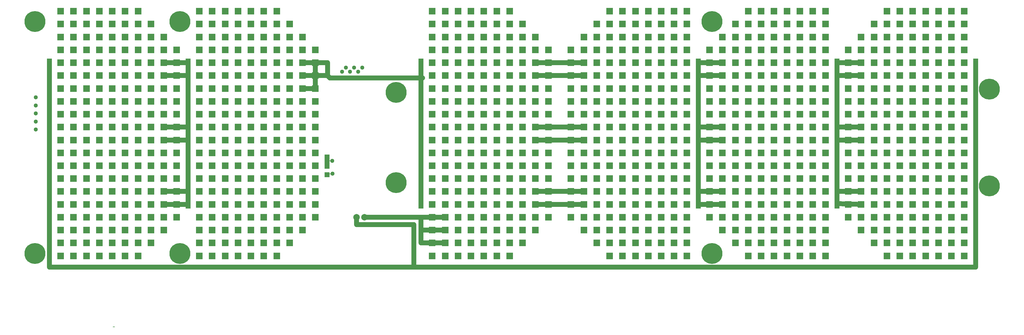
<source format=gtl>
%FSLAX44Y44*%
%MOMM*%
G71*
G01*
G75*
G04 Layer_Physical_Order=1*
G04 Layer_Color=255*
%ADD10R,1.5000X4.4000*%
%ADD11R,1.5000X1.5000*%
%ADD12R,1.5000X5.6000*%
%ADD13R,2.0000X2.0000*%
%ADD14C,0.2000*%
%ADD15C,1.5000*%
%ADD16C,6.5000*%
%ADD17C,1.3000*%
%ADD18C,2.0000*%
D10*
X1016000Y-487680D02*
D03*
D11*
Y-527680D02*
D03*
D12*
X3027500Y-195000D02*
D03*
Y-605000D02*
D03*
X2597500D02*
D03*
Y-195000D02*
D03*
X2167500D02*
D03*
Y-605000D02*
D03*
X155000Y-195000D02*
D03*
Y-605000D02*
D03*
X585000D02*
D03*
Y-195000D02*
D03*
X1307500D02*
D03*
Y-605000D02*
D03*
D13*
X2632500Y-180000D02*
D03*
Y-220000D02*
D03*
Y-260000D02*
D03*
Y-300000D02*
D03*
Y-340000D02*
D03*
Y-380000D02*
D03*
Y-420000D02*
D03*
Y-460000D02*
D03*
Y-500000D02*
D03*
Y-540000D02*
D03*
Y-580000D02*
D03*
Y-620000D02*
D03*
Y-660000D02*
D03*
X2672500Y-140000D02*
D03*
Y-180000D02*
D03*
Y-220000D02*
D03*
Y-260000D02*
D03*
Y-300000D02*
D03*
Y-340000D02*
D03*
Y-380000D02*
D03*
Y-420000D02*
D03*
Y-460000D02*
D03*
Y-500000D02*
D03*
Y-540000D02*
D03*
Y-580000D02*
D03*
Y-620000D02*
D03*
Y-660000D02*
D03*
Y-700000D02*
D03*
X2712500Y-100000D02*
D03*
Y-140000D02*
D03*
Y-180000D02*
D03*
Y-220000D02*
D03*
Y-260000D02*
D03*
Y-300000D02*
D03*
Y-340000D02*
D03*
Y-380000D02*
D03*
Y-420000D02*
D03*
Y-460000D02*
D03*
Y-500000D02*
D03*
Y-540000D02*
D03*
Y-580000D02*
D03*
Y-620000D02*
D03*
Y-660000D02*
D03*
Y-700000D02*
D03*
Y-740000D02*
D03*
X2752500Y-60000D02*
D03*
Y-100000D02*
D03*
Y-140000D02*
D03*
Y-180000D02*
D03*
Y-220000D02*
D03*
Y-260000D02*
D03*
Y-300000D02*
D03*
Y-340000D02*
D03*
Y-380000D02*
D03*
Y-420000D02*
D03*
Y-460000D02*
D03*
Y-500000D02*
D03*
Y-540000D02*
D03*
Y-580000D02*
D03*
Y-620000D02*
D03*
Y-660000D02*
D03*
Y-700000D02*
D03*
Y-740000D02*
D03*
Y-780000D02*
D03*
X2792500Y-60000D02*
D03*
Y-100000D02*
D03*
Y-140000D02*
D03*
Y-180000D02*
D03*
Y-220000D02*
D03*
Y-260000D02*
D03*
Y-300000D02*
D03*
Y-340000D02*
D03*
Y-380000D02*
D03*
Y-420000D02*
D03*
Y-460000D02*
D03*
Y-500000D02*
D03*
Y-540000D02*
D03*
Y-580000D02*
D03*
Y-620000D02*
D03*
Y-660000D02*
D03*
Y-700000D02*
D03*
Y-740000D02*
D03*
Y-780000D02*
D03*
X2832500Y-60000D02*
D03*
Y-100000D02*
D03*
Y-140000D02*
D03*
Y-180000D02*
D03*
Y-220000D02*
D03*
Y-260000D02*
D03*
Y-300000D02*
D03*
Y-340000D02*
D03*
Y-380000D02*
D03*
Y-420000D02*
D03*
Y-460000D02*
D03*
Y-500000D02*
D03*
Y-540000D02*
D03*
Y-580000D02*
D03*
Y-620000D02*
D03*
Y-660000D02*
D03*
Y-700000D02*
D03*
Y-740000D02*
D03*
Y-780000D02*
D03*
X2872500Y-60000D02*
D03*
Y-100000D02*
D03*
Y-140000D02*
D03*
Y-180000D02*
D03*
Y-220000D02*
D03*
Y-260000D02*
D03*
Y-300000D02*
D03*
Y-340000D02*
D03*
Y-380000D02*
D03*
Y-420000D02*
D03*
Y-460000D02*
D03*
Y-500000D02*
D03*
Y-540000D02*
D03*
Y-580000D02*
D03*
Y-620000D02*
D03*
Y-660000D02*
D03*
Y-700000D02*
D03*
Y-740000D02*
D03*
Y-780000D02*
D03*
X2912500Y-60000D02*
D03*
Y-100000D02*
D03*
Y-140000D02*
D03*
Y-180000D02*
D03*
Y-220000D02*
D03*
Y-260000D02*
D03*
Y-300000D02*
D03*
Y-340000D02*
D03*
Y-380000D02*
D03*
Y-420000D02*
D03*
Y-460000D02*
D03*
Y-500000D02*
D03*
Y-540000D02*
D03*
Y-580000D02*
D03*
Y-620000D02*
D03*
Y-660000D02*
D03*
Y-700000D02*
D03*
Y-740000D02*
D03*
Y-780000D02*
D03*
X2952500Y-60000D02*
D03*
Y-100000D02*
D03*
Y-140000D02*
D03*
Y-180000D02*
D03*
Y-220000D02*
D03*
Y-260000D02*
D03*
Y-300000D02*
D03*
Y-340000D02*
D03*
Y-380000D02*
D03*
Y-420000D02*
D03*
Y-460000D02*
D03*
Y-500000D02*
D03*
Y-540000D02*
D03*
Y-580000D02*
D03*
Y-620000D02*
D03*
Y-660000D02*
D03*
Y-700000D02*
D03*
Y-740000D02*
D03*
Y-780000D02*
D03*
X2992500Y-60000D02*
D03*
Y-100000D02*
D03*
Y-140000D02*
D03*
Y-180000D02*
D03*
Y-220000D02*
D03*
Y-260000D02*
D03*
Y-300000D02*
D03*
Y-340000D02*
D03*
Y-380000D02*
D03*
Y-420000D02*
D03*
Y-460000D02*
D03*
Y-500000D02*
D03*
Y-540000D02*
D03*
Y-580000D02*
D03*
Y-620000D02*
D03*
Y-660000D02*
D03*
Y-700000D02*
D03*
Y-740000D02*
D03*
Y-780000D02*
D03*
Y-20000D02*
D03*
X2952500D02*
D03*
X2912500D02*
D03*
X2872500D02*
D03*
X2832500D02*
D03*
X2792500D02*
D03*
X2752500D02*
D03*
X2712500Y-60000D02*
D03*
X2672500Y-100000D02*
D03*
X2632500Y-140000D02*
D03*
X2202500D02*
D03*
X2242500Y-100000D02*
D03*
X2282500Y-60000D02*
D03*
X2322500Y-20000D02*
D03*
X2362500D02*
D03*
X2402500D02*
D03*
X2442500D02*
D03*
X2482500D02*
D03*
X2522500D02*
D03*
X2562500D02*
D03*
Y-780000D02*
D03*
Y-740000D02*
D03*
Y-700000D02*
D03*
Y-660000D02*
D03*
Y-620000D02*
D03*
Y-580000D02*
D03*
Y-540000D02*
D03*
Y-500000D02*
D03*
Y-460000D02*
D03*
Y-420000D02*
D03*
Y-380000D02*
D03*
Y-340000D02*
D03*
Y-300000D02*
D03*
Y-260000D02*
D03*
Y-220000D02*
D03*
Y-180000D02*
D03*
Y-140000D02*
D03*
Y-100000D02*
D03*
Y-60000D02*
D03*
X2522500Y-780000D02*
D03*
Y-740000D02*
D03*
Y-700000D02*
D03*
Y-660000D02*
D03*
Y-620000D02*
D03*
Y-580000D02*
D03*
Y-540000D02*
D03*
Y-500000D02*
D03*
Y-460000D02*
D03*
Y-420000D02*
D03*
Y-380000D02*
D03*
Y-340000D02*
D03*
Y-300000D02*
D03*
Y-260000D02*
D03*
Y-220000D02*
D03*
Y-180000D02*
D03*
Y-140000D02*
D03*
Y-100000D02*
D03*
Y-60000D02*
D03*
X2482500Y-780000D02*
D03*
Y-740000D02*
D03*
Y-700000D02*
D03*
Y-660000D02*
D03*
Y-620000D02*
D03*
Y-580000D02*
D03*
Y-540000D02*
D03*
Y-500000D02*
D03*
Y-460000D02*
D03*
Y-420000D02*
D03*
Y-380000D02*
D03*
Y-340000D02*
D03*
Y-300000D02*
D03*
Y-260000D02*
D03*
Y-220000D02*
D03*
Y-180000D02*
D03*
Y-140000D02*
D03*
Y-100000D02*
D03*
Y-60000D02*
D03*
X2442500Y-780000D02*
D03*
Y-740000D02*
D03*
Y-700000D02*
D03*
Y-660000D02*
D03*
Y-620000D02*
D03*
Y-580000D02*
D03*
Y-540000D02*
D03*
Y-500000D02*
D03*
Y-460000D02*
D03*
Y-420000D02*
D03*
Y-380000D02*
D03*
Y-340000D02*
D03*
Y-300000D02*
D03*
Y-260000D02*
D03*
Y-220000D02*
D03*
Y-180000D02*
D03*
Y-140000D02*
D03*
Y-100000D02*
D03*
Y-60000D02*
D03*
X2402500Y-780000D02*
D03*
Y-740000D02*
D03*
Y-700000D02*
D03*
Y-660000D02*
D03*
Y-620000D02*
D03*
Y-580000D02*
D03*
Y-540000D02*
D03*
Y-500000D02*
D03*
Y-460000D02*
D03*
Y-420000D02*
D03*
Y-380000D02*
D03*
Y-340000D02*
D03*
Y-300000D02*
D03*
Y-260000D02*
D03*
Y-220000D02*
D03*
Y-180000D02*
D03*
Y-140000D02*
D03*
Y-100000D02*
D03*
Y-60000D02*
D03*
X2362500Y-780000D02*
D03*
Y-740000D02*
D03*
Y-700000D02*
D03*
Y-660000D02*
D03*
Y-620000D02*
D03*
Y-580000D02*
D03*
Y-540000D02*
D03*
Y-500000D02*
D03*
Y-460000D02*
D03*
Y-420000D02*
D03*
Y-380000D02*
D03*
Y-340000D02*
D03*
Y-300000D02*
D03*
Y-260000D02*
D03*
Y-220000D02*
D03*
Y-180000D02*
D03*
Y-140000D02*
D03*
Y-100000D02*
D03*
Y-60000D02*
D03*
X2322500Y-780000D02*
D03*
Y-740000D02*
D03*
Y-700000D02*
D03*
Y-660000D02*
D03*
Y-620000D02*
D03*
Y-580000D02*
D03*
Y-540000D02*
D03*
Y-500000D02*
D03*
Y-460000D02*
D03*
Y-420000D02*
D03*
Y-380000D02*
D03*
Y-340000D02*
D03*
Y-300000D02*
D03*
Y-260000D02*
D03*
Y-220000D02*
D03*
Y-180000D02*
D03*
Y-140000D02*
D03*
Y-100000D02*
D03*
Y-60000D02*
D03*
X2282500Y-740000D02*
D03*
Y-700000D02*
D03*
Y-660000D02*
D03*
Y-620000D02*
D03*
Y-580000D02*
D03*
Y-540000D02*
D03*
Y-500000D02*
D03*
Y-460000D02*
D03*
Y-420000D02*
D03*
Y-380000D02*
D03*
Y-340000D02*
D03*
Y-300000D02*
D03*
Y-260000D02*
D03*
Y-220000D02*
D03*
Y-180000D02*
D03*
Y-140000D02*
D03*
Y-100000D02*
D03*
X2242500Y-700000D02*
D03*
Y-660000D02*
D03*
Y-620000D02*
D03*
Y-580000D02*
D03*
Y-540000D02*
D03*
Y-500000D02*
D03*
Y-460000D02*
D03*
Y-420000D02*
D03*
Y-380000D02*
D03*
Y-340000D02*
D03*
Y-300000D02*
D03*
Y-260000D02*
D03*
Y-220000D02*
D03*
Y-180000D02*
D03*
Y-140000D02*
D03*
X2202500Y-660000D02*
D03*
Y-620000D02*
D03*
Y-580000D02*
D03*
Y-540000D02*
D03*
Y-500000D02*
D03*
Y-460000D02*
D03*
Y-420000D02*
D03*
Y-380000D02*
D03*
Y-340000D02*
D03*
Y-300000D02*
D03*
Y-260000D02*
D03*
Y-220000D02*
D03*
Y-180000D02*
D03*
X1772500D02*
D03*
Y-220000D02*
D03*
Y-260000D02*
D03*
Y-300000D02*
D03*
Y-340000D02*
D03*
Y-380000D02*
D03*
Y-420000D02*
D03*
Y-460000D02*
D03*
Y-500000D02*
D03*
Y-540000D02*
D03*
Y-580000D02*
D03*
Y-620000D02*
D03*
Y-660000D02*
D03*
X1812500Y-140000D02*
D03*
Y-180000D02*
D03*
Y-220000D02*
D03*
Y-260000D02*
D03*
Y-300000D02*
D03*
Y-340000D02*
D03*
Y-380000D02*
D03*
Y-420000D02*
D03*
Y-460000D02*
D03*
Y-500000D02*
D03*
Y-540000D02*
D03*
Y-580000D02*
D03*
Y-620000D02*
D03*
Y-660000D02*
D03*
Y-700000D02*
D03*
X1852500Y-100000D02*
D03*
Y-140000D02*
D03*
Y-180000D02*
D03*
Y-220000D02*
D03*
Y-260000D02*
D03*
Y-300000D02*
D03*
Y-340000D02*
D03*
Y-380000D02*
D03*
Y-420000D02*
D03*
Y-460000D02*
D03*
Y-500000D02*
D03*
Y-540000D02*
D03*
Y-580000D02*
D03*
Y-620000D02*
D03*
Y-660000D02*
D03*
Y-700000D02*
D03*
Y-740000D02*
D03*
X1892500Y-60000D02*
D03*
Y-100000D02*
D03*
Y-140000D02*
D03*
Y-180000D02*
D03*
Y-220000D02*
D03*
Y-260000D02*
D03*
Y-300000D02*
D03*
Y-340000D02*
D03*
Y-380000D02*
D03*
Y-420000D02*
D03*
Y-460000D02*
D03*
Y-500000D02*
D03*
Y-540000D02*
D03*
Y-580000D02*
D03*
Y-620000D02*
D03*
Y-660000D02*
D03*
Y-700000D02*
D03*
Y-740000D02*
D03*
Y-780000D02*
D03*
X1932500Y-60000D02*
D03*
Y-100000D02*
D03*
Y-140000D02*
D03*
Y-180000D02*
D03*
Y-220000D02*
D03*
Y-260000D02*
D03*
Y-300000D02*
D03*
Y-340000D02*
D03*
Y-380000D02*
D03*
Y-420000D02*
D03*
Y-460000D02*
D03*
Y-500000D02*
D03*
Y-540000D02*
D03*
Y-580000D02*
D03*
Y-620000D02*
D03*
Y-660000D02*
D03*
Y-700000D02*
D03*
Y-740000D02*
D03*
Y-780000D02*
D03*
X1972500Y-60000D02*
D03*
Y-100000D02*
D03*
Y-140000D02*
D03*
Y-180000D02*
D03*
Y-220000D02*
D03*
Y-260000D02*
D03*
Y-300000D02*
D03*
Y-340000D02*
D03*
Y-380000D02*
D03*
Y-420000D02*
D03*
Y-460000D02*
D03*
Y-500000D02*
D03*
Y-540000D02*
D03*
Y-580000D02*
D03*
Y-620000D02*
D03*
Y-660000D02*
D03*
Y-700000D02*
D03*
Y-740000D02*
D03*
Y-780000D02*
D03*
X2012500Y-60000D02*
D03*
Y-100000D02*
D03*
Y-140000D02*
D03*
Y-180000D02*
D03*
Y-220000D02*
D03*
Y-260000D02*
D03*
Y-300000D02*
D03*
Y-340000D02*
D03*
Y-380000D02*
D03*
Y-420000D02*
D03*
Y-460000D02*
D03*
Y-500000D02*
D03*
Y-540000D02*
D03*
Y-580000D02*
D03*
Y-620000D02*
D03*
Y-660000D02*
D03*
Y-700000D02*
D03*
Y-740000D02*
D03*
Y-780000D02*
D03*
X2052500Y-60000D02*
D03*
Y-100000D02*
D03*
Y-140000D02*
D03*
Y-180000D02*
D03*
Y-220000D02*
D03*
Y-260000D02*
D03*
Y-300000D02*
D03*
Y-340000D02*
D03*
Y-380000D02*
D03*
Y-420000D02*
D03*
Y-460000D02*
D03*
Y-500000D02*
D03*
Y-540000D02*
D03*
Y-580000D02*
D03*
Y-620000D02*
D03*
Y-660000D02*
D03*
Y-700000D02*
D03*
Y-740000D02*
D03*
Y-780000D02*
D03*
X2092500Y-60000D02*
D03*
Y-100000D02*
D03*
Y-140000D02*
D03*
Y-180000D02*
D03*
Y-220000D02*
D03*
Y-260000D02*
D03*
Y-300000D02*
D03*
Y-340000D02*
D03*
Y-380000D02*
D03*
Y-420000D02*
D03*
Y-460000D02*
D03*
Y-500000D02*
D03*
Y-540000D02*
D03*
Y-580000D02*
D03*
Y-620000D02*
D03*
Y-660000D02*
D03*
Y-700000D02*
D03*
Y-740000D02*
D03*
Y-780000D02*
D03*
X2132500Y-60000D02*
D03*
Y-100000D02*
D03*
Y-140000D02*
D03*
Y-180000D02*
D03*
Y-220000D02*
D03*
Y-260000D02*
D03*
Y-300000D02*
D03*
Y-340000D02*
D03*
Y-380000D02*
D03*
Y-420000D02*
D03*
Y-460000D02*
D03*
Y-500000D02*
D03*
Y-540000D02*
D03*
Y-580000D02*
D03*
Y-620000D02*
D03*
Y-660000D02*
D03*
Y-700000D02*
D03*
Y-740000D02*
D03*
Y-780000D02*
D03*
Y-20000D02*
D03*
X2092500D02*
D03*
X2052500D02*
D03*
X2012500D02*
D03*
X1972500D02*
D03*
X1932500D02*
D03*
X1892500D02*
D03*
X1852500Y-60000D02*
D03*
X1812500Y-100000D02*
D03*
X1772500Y-140000D02*
D03*
X550000Y-660000D02*
D03*
X510000Y-700000D02*
D03*
X470000Y-740000D02*
D03*
X430000Y-780000D02*
D03*
X390000D02*
D03*
X350000D02*
D03*
X310000D02*
D03*
X270000D02*
D03*
X230000D02*
D03*
X190000D02*
D03*
Y-20000D02*
D03*
Y-60000D02*
D03*
Y-100000D02*
D03*
Y-140000D02*
D03*
Y-180000D02*
D03*
Y-220000D02*
D03*
Y-260000D02*
D03*
Y-300000D02*
D03*
Y-340000D02*
D03*
Y-380000D02*
D03*
Y-420000D02*
D03*
Y-460000D02*
D03*
Y-500000D02*
D03*
Y-540000D02*
D03*
Y-580000D02*
D03*
Y-620000D02*
D03*
Y-660000D02*
D03*
Y-700000D02*
D03*
Y-740000D02*
D03*
X230000Y-20000D02*
D03*
Y-60000D02*
D03*
Y-100000D02*
D03*
Y-140000D02*
D03*
Y-180000D02*
D03*
Y-220000D02*
D03*
Y-260000D02*
D03*
Y-300000D02*
D03*
Y-340000D02*
D03*
Y-380000D02*
D03*
Y-420000D02*
D03*
Y-460000D02*
D03*
Y-500000D02*
D03*
Y-540000D02*
D03*
Y-580000D02*
D03*
Y-620000D02*
D03*
Y-660000D02*
D03*
Y-700000D02*
D03*
Y-740000D02*
D03*
X270000Y-20000D02*
D03*
Y-60000D02*
D03*
Y-100000D02*
D03*
Y-140000D02*
D03*
Y-180000D02*
D03*
Y-220000D02*
D03*
Y-260000D02*
D03*
Y-300000D02*
D03*
Y-340000D02*
D03*
Y-380000D02*
D03*
Y-420000D02*
D03*
Y-460000D02*
D03*
Y-500000D02*
D03*
Y-540000D02*
D03*
Y-580000D02*
D03*
Y-620000D02*
D03*
Y-660000D02*
D03*
Y-700000D02*
D03*
Y-740000D02*
D03*
X310000Y-20000D02*
D03*
Y-60000D02*
D03*
Y-100000D02*
D03*
Y-140000D02*
D03*
Y-180000D02*
D03*
Y-220000D02*
D03*
Y-260000D02*
D03*
Y-300000D02*
D03*
Y-340000D02*
D03*
Y-380000D02*
D03*
Y-420000D02*
D03*
Y-460000D02*
D03*
Y-500000D02*
D03*
Y-540000D02*
D03*
Y-580000D02*
D03*
Y-620000D02*
D03*
Y-660000D02*
D03*
Y-700000D02*
D03*
Y-740000D02*
D03*
X350000Y-20000D02*
D03*
Y-60000D02*
D03*
Y-100000D02*
D03*
Y-140000D02*
D03*
Y-180000D02*
D03*
Y-220000D02*
D03*
Y-260000D02*
D03*
Y-300000D02*
D03*
Y-340000D02*
D03*
Y-380000D02*
D03*
Y-420000D02*
D03*
Y-460000D02*
D03*
Y-500000D02*
D03*
Y-540000D02*
D03*
Y-580000D02*
D03*
Y-620000D02*
D03*
Y-660000D02*
D03*
Y-700000D02*
D03*
Y-740000D02*
D03*
X390000Y-20000D02*
D03*
Y-60000D02*
D03*
Y-100000D02*
D03*
Y-140000D02*
D03*
Y-180000D02*
D03*
Y-220000D02*
D03*
Y-260000D02*
D03*
Y-300000D02*
D03*
Y-340000D02*
D03*
Y-380000D02*
D03*
Y-420000D02*
D03*
Y-460000D02*
D03*
Y-500000D02*
D03*
Y-540000D02*
D03*
Y-580000D02*
D03*
Y-620000D02*
D03*
Y-660000D02*
D03*
Y-700000D02*
D03*
Y-740000D02*
D03*
X430000Y-20000D02*
D03*
Y-60000D02*
D03*
Y-100000D02*
D03*
Y-140000D02*
D03*
Y-180000D02*
D03*
Y-220000D02*
D03*
Y-260000D02*
D03*
Y-300000D02*
D03*
Y-340000D02*
D03*
Y-380000D02*
D03*
Y-420000D02*
D03*
Y-460000D02*
D03*
Y-500000D02*
D03*
Y-540000D02*
D03*
Y-580000D02*
D03*
Y-620000D02*
D03*
Y-660000D02*
D03*
Y-700000D02*
D03*
Y-740000D02*
D03*
X470000Y-60000D02*
D03*
Y-100000D02*
D03*
Y-140000D02*
D03*
Y-180000D02*
D03*
Y-220000D02*
D03*
Y-260000D02*
D03*
Y-300000D02*
D03*
Y-340000D02*
D03*
Y-380000D02*
D03*
Y-420000D02*
D03*
Y-460000D02*
D03*
Y-500000D02*
D03*
Y-540000D02*
D03*
Y-580000D02*
D03*
Y-620000D02*
D03*
Y-660000D02*
D03*
Y-700000D02*
D03*
X510000Y-100000D02*
D03*
Y-140000D02*
D03*
Y-180000D02*
D03*
Y-220000D02*
D03*
Y-260000D02*
D03*
Y-300000D02*
D03*
Y-340000D02*
D03*
Y-380000D02*
D03*
Y-420000D02*
D03*
Y-460000D02*
D03*
Y-500000D02*
D03*
Y-540000D02*
D03*
Y-580000D02*
D03*
Y-620000D02*
D03*
Y-660000D02*
D03*
X550000Y-140000D02*
D03*
Y-180000D02*
D03*
Y-220000D02*
D03*
Y-260000D02*
D03*
Y-300000D02*
D03*
Y-340000D02*
D03*
Y-380000D02*
D03*
Y-420000D02*
D03*
Y-460000D02*
D03*
Y-500000D02*
D03*
Y-540000D02*
D03*
Y-580000D02*
D03*
Y-620000D02*
D03*
X980000D02*
D03*
Y-580000D02*
D03*
Y-540000D02*
D03*
Y-500000D02*
D03*
Y-460000D02*
D03*
Y-420000D02*
D03*
Y-380000D02*
D03*
Y-340000D02*
D03*
Y-300000D02*
D03*
Y-260000D02*
D03*
Y-220000D02*
D03*
Y-180000D02*
D03*
Y-140000D02*
D03*
X940000Y-660000D02*
D03*
Y-620000D02*
D03*
Y-580000D02*
D03*
Y-540000D02*
D03*
Y-500000D02*
D03*
Y-460000D02*
D03*
Y-420000D02*
D03*
Y-380000D02*
D03*
Y-340000D02*
D03*
Y-300000D02*
D03*
Y-260000D02*
D03*
Y-220000D02*
D03*
Y-180000D02*
D03*
Y-140000D02*
D03*
Y-100000D02*
D03*
X900000Y-700000D02*
D03*
Y-660000D02*
D03*
Y-620000D02*
D03*
Y-580000D02*
D03*
Y-540000D02*
D03*
Y-500000D02*
D03*
Y-460000D02*
D03*
Y-420000D02*
D03*
Y-380000D02*
D03*
Y-340000D02*
D03*
Y-300000D02*
D03*
Y-260000D02*
D03*
Y-220000D02*
D03*
Y-180000D02*
D03*
Y-140000D02*
D03*
Y-100000D02*
D03*
Y-60000D02*
D03*
X860000Y-740000D02*
D03*
Y-700000D02*
D03*
Y-660000D02*
D03*
Y-620000D02*
D03*
Y-580000D02*
D03*
Y-540000D02*
D03*
Y-500000D02*
D03*
Y-460000D02*
D03*
Y-420000D02*
D03*
Y-380000D02*
D03*
Y-340000D02*
D03*
Y-300000D02*
D03*
Y-260000D02*
D03*
Y-220000D02*
D03*
Y-180000D02*
D03*
Y-140000D02*
D03*
Y-100000D02*
D03*
Y-60000D02*
D03*
Y-20000D02*
D03*
X820000Y-740000D02*
D03*
Y-700000D02*
D03*
Y-660000D02*
D03*
Y-620000D02*
D03*
Y-580000D02*
D03*
Y-540000D02*
D03*
Y-500000D02*
D03*
Y-460000D02*
D03*
Y-420000D02*
D03*
Y-380000D02*
D03*
Y-340000D02*
D03*
Y-300000D02*
D03*
Y-260000D02*
D03*
Y-220000D02*
D03*
Y-180000D02*
D03*
Y-140000D02*
D03*
Y-100000D02*
D03*
Y-60000D02*
D03*
Y-20000D02*
D03*
X780000Y-740000D02*
D03*
Y-700000D02*
D03*
Y-660000D02*
D03*
Y-620000D02*
D03*
Y-580000D02*
D03*
Y-540000D02*
D03*
Y-500000D02*
D03*
Y-460000D02*
D03*
Y-420000D02*
D03*
Y-380000D02*
D03*
Y-340000D02*
D03*
Y-300000D02*
D03*
Y-260000D02*
D03*
Y-220000D02*
D03*
Y-180000D02*
D03*
Y-140000D02*
D03*
Y-100000D02*
D03*
Y-60000D02*
D03*
Y-20000D02*
D03*
X740000Y-740000D02*
D03*
Y-700000D02*
D03*
Y-660000D02*
D03*
Y-620000D02*
D03*
Y-580000D02*
D03*
Y-540000D02*
D03*
Y-500000D02*
D03*
Y-460000D02*
D03*
Y-420000D02*
D03*
Y-380000D02*
D03*
Y-340000D02*
D03*
Y-300000D02*
D03*
Y-260000D02*
D03*
Y-220000D02*
D03*
Y-180000D02*
D03*
Y-140000D02*
D03*
Y-100000D02*
D03*
Y-60000D02*
D03*
Y-20000D02*
D03*
X700000Y-740000D02*
D03*
Y-700000D02*
D03*
Y-660000D02*
D03*
Y-620000D02*
D03*
Y-580000D02*
D03*
Y-540000D02*
D03*
Y-500000D02*
D03*
Y-460000D02*
D03*
Y-420000D02*
D03*
Y-380000D02*
D03*
Y-340000D02*
D03*
Y-300000D02*
D03*
Y-260000D02*
D03*
Y-220000D02*
D03*
Y-180000D02*
D03*
Y-140000D02*
D03*
Y-100000D02*
D03*
Y-60000D02*
D03*
Y-20000D02*
D03*
X660000Y-740000D02*
D03*
Y-700000D02*
D03*
Y-660000D02*
D03*
Y-620000D02*
D03*
Y-580000D02*
D03*
Y-540000D02*
D03*
Y-500000D02*
D03*
Y-460000D02*
D03*
Y-420000D02*
D03*
Y-380000D02*
D03*
Y-340000D02*
D03*
Y-300000D02*
D03*
Y-260000D02*
D03*
Y-220000D02*
D03*
Y-180000D02*
D03*
Y-140000D02*
D03*
Y-100000D02*
D03*
Y-60000D02*
D03*
Y-20000D02*
D03*
X620000Y-740000D02*
D03*
Y-700000D02*
D03*
Y-660000D02*
D03*
Y-620000D02*
D03*
Y-580000D02*
D03*
Y-540000D02*
D03*
Y-500000D02*
D03*
Y-460000D02*
D03*
Y-420000D02*
D03*
Y-380000D02*
D03*
Y-340000D02*
D03*
Y-300000D02*
D03*
Y-260000D02*
D03*
Y-220000D02*
D03*
Y-180000D02*
D03*
Y-140000D02*
D03*
Y-100000D02*
D03*
Y-60000D02*
D03*
Y-20000D02*
D03*
Y-780000D02*
D03*
X660000D02*
D03*
X700000D02*
D03*
X740000D02*
D03*
X780000D02*
D03*
X820000D02*
D03*
X860000D02*
D03*
X900000Y-740000D02*
D03*
X940000Y-700000D02*
D03*
X980000Y-660000D02*
D03*
X1702500D02*
D03*
X1662500Y-700000D02*
D03*
X1622500Y-740000D02*
D03*
X1582500Y-780000D02*
D03*
X1542500D02*
D03*
X1502500D02*
D03*
X1462500D02*
D03*
X1422500D02*
D03*
X1382500D02*
D03*
X1342500D02*
D03*
Y-20000D02*
D03*
Y-60000D02*
D03*
Y-100000D02*
D03*
Y-140000D02*
D03*
Y-180000D02*
D03*
Y-220000D02*
D03*
Y-260000D02*
D03*
Y-300000D02*
D03*
Y-340000D02*
D03*
Y-380000D02*
D03*
Y-420000D02*
D03*
Y-460000D02*
D03*
Y-500000D02*
D03*
Y-540000D02*
D03*
Y-580000D02*
D03*
Y-620000D02*
D03*
Y-660000D02*
D03*
Y-700000D02*
D03*
Y-740000D02*
D03*
X1382500Y-20000D02*
D03*
Y-60000D02*
D03*
Y-100000D02*
D03*
Y-140000D02*
D03*
Y-180000D02*
D03*
Y-220000D02*
D03*
Y-260000D02*
D03*
Y-300000D02*
D03*
Y-340000D02*
D03*
Y-380000D02*
D03*
Y-420000D02*
D03*
Y-460000D02*
D03*
Y-500000D02*
D03*
Y-540000D02*
D03*
Y-580000D02*
D03*
Y-620000D02*
D03*
Y-660000D02*
D03*
Y-700000D02*
D03*
Y-740000D02*
D03*
X1422500Y-20000D02*
D03*
Y-60000D02*
D03*
Y-100000D02*
D03*
Y-140000D02*
D03*
Y-180000D02*
D03*
Y-220000D02*
D03*
Y-260000D02*
D03*
Y-300000D02*
D03*
Y-340000D02*
D03*
Y-380000D02*
D03*
Y-420000D02*
D03*
Y-460000D02*
D03*
Y-500000D02*
D03*
Y-540000D02*
D03*
Y-580000D02*
D03*
Y-620000D02*
D03*
Y-660000D02*
D03*
Y-700000D02*
D03*
Y-740000D02*
D03*
X1462500Y-20000D02*
D03*
Y-60000D02*
D03*
Y-100000D02*
D03*
Y-140000D02*
D03*
Y-180000D02*
D03*
Y-220000D02*
D03*
Y-260000D02*
D03*
Y-300000D02*
D03*
Y-340000D02*
D03*
Y-380000D02*
D03*
Y-420000D02*
D03*
Y-460000D02*
D03*
Y-500000D02*
D03*
Y-540000D02*
D03*
Y-580000D02*
D03*
Y-620000D02*
D03*
Y-660000D02*
D03*
Y-700000D02*
D03*
Y-740000D02*
D03*
X1502500Y-20000D02*
D03*
Y-60000D02*
D03*
Y-100000D02*
D03*
Y-140000D02*
D03*
Y-180000D02*
D03*
Y-220000D02*
D03*
Y-260000D02*
D03*
Y-300000D02*
D03*
Y-340000D02*
D03*
Y-380000D02*
D03*
Y-420000D02*
D03*
Y-460000D02*
D03*
Y-500000D02*
D03*
Y-540000D02*
D03*
Y-580000D02*
D03*
Y-620000D02*
D03*
Y-660000D02*
D03*
Y-700000D02*
D03*
Y-740000D02*
D03*
X1542500Y-20000D02*
D03*
Y-60000D02*
D03*
Y-100000D02*
D03*
Y-140000D02*
D03*
Y-180000D02*
D03*
Y-220000D02*
D03*
Y-260000D02*
D03*
Y-300000D02*
D03*
Y-340000D02*
D03*
Y-380000D02*
D03*
Y-420000D02*
D03*
Y-460000D02*
D03*
Y-500000D02*
D03*
Y-540000D02*
D03*
Y-580000D02*
D03*
Y-620000D02*
D03*
Y-660000D02*
D03*
Y-700000D02*
D03*
Y-740000D02*
D03*
X1582500Y-20000D02*
D03*
Y-60000D02*
D03*
Y-100000D02*
D03*
Y-140000D02*
D03*
Y-180000D02*
D03*
Y-220000D02*
D03*
Y-260000D02*
D03*
Y-300000D02*
D03*
Y-340000D02*
D03*
Y-380000D02*
D03*
Y-420000D02*
D03*
Y-460000D02*
D03*
Y-500000D02*
D03*
Y-540000D02*
D03*
Y-580000D02*
D03*
Y-620000D02*
D03*
Y-660000D02*
D03*
Y-700000D02*
D03*
Y-740000D02*
D03*
X1622500Y-60000D02*
D03*
Y-100000D02*
D03*
Y-140000D02*
D03*
Y-180000D02*
D03*
Y-220000D02*
D03*
Y-260000D02*
D03*
Y-300000D02*
D03*
Y-340000D02*
D03*
Y-380000D02*
D03*
Y-420000D02*
D03*
Y-460000D02*
D03*
Y-500000D02*
D03*
Y-540000D02*
D03*
Y-580000D02*
D03*
Y-620000D02*
D03*
Y-660000D02*
D03*
Y-700000D02*
D03*
X1662500Y-100000D02*
D03*
Y-140000D02*
D03*
Y-180000D02*
D03*
Y-220000D02*
D03*
Y-260000D02*
D03*
Y-300000D02*
D03*
Y-340000D02*
D03*
Y-380000D02*
D03*
Y-420000D02*
D03*
Y-460000D02*
D03*
Y-500000D02*
D03*
Y-540000D02*
D03*
Y-580000D02*
D03*
Y-620000D02*
D03*
Y-660000D02*
D03*
X1702500Y-140000D02*
D03*
Y-180000D02*
D03*
Y-220000D02*
D03*
Y-260000D02*
D03*
Y-300000D02*
D03*
Y-340000D02*
D03*
Y-380000D02*
D03*
Y-420000D02*
D03*
Y-460000D02*
D03*
Y-500000D02*
D03*
Y-540000D02*
D03*
Y-580000D02*
D03*
Y-620000D02*
D03*
D14*
X352500Y-1000000D02*
X357500D01*
X1014460Y-485000D02*
X1035000D01*
X1015000Y-525000D02*
X1036040D01*
D15*
X3027500Y-605000D02*
Y-195000D01*
X2597500Y-605000D02*
Y-195000D01*
X2167500Y-605000D02*
Y-195000D01*
X550020Y-580000D02*
Y-580000D01*
X550000Y-180000D02*
Y-180000D01*
X1662500Y-620000D02*
X1812500Y-620000D01*
X1662500Y-580000D02*
X1812500Y-580000D01*
X1662500Y-180000D02*
X1812500Y-180000D01*
X1662500Y-220000D02*
X1812500Y-220000D01*
X1662500Y-420000D02*
X1812500D01*
X1662500Y-380000D02*
X1812500D01*
X2170000Y-620000D02*
X2242500D01*
X2167500Y-580000D02*
X2242500Y-580000D01*
X2167500Y-420000D02*
X2242500D01*
X2167500Y-380000D02*
X2242500D01*
X2167500Y-180000D02*
X2242500Y-180000D01*
X2170000Y-220000D02*
X2242500D01*
X2600000Y-180000D02*
X2672500Y-180000D01*
X2602500Y-220000D02*
X2672500D01*
X2600000Y-617500D02*
X2672500Y-620000D01*
X2597500Y-580000D02*
X2672500Y-580000D01*
X2600000Y-420000D02*
X2672500D01*
X2597500Y-380000D02*
X2672500D01*
X1342500Y-660000D02*
X1382500D01*
X1307500Y-700000D02*
X1382500D01*
X1307500D02*
Y-660000D01*
Y-740000D02*
X1382500D01*
X1307500D02*
Y-700000D01*
X1132500Y-660000D02*
X1347500D01*
X585000Y-605000D02*
Y-195000D01*
X155000Y-605000D02*
Y-195000D01*
Y-815000D02*
Y-605000D01*
X1307500D02*
Y-237500D01*
Y-195000D01*
X937500Y-220000D02*
X1017500D01*
X940000Y-180000D02*
X1017500D01*
X510000D02*
X585000D01*
X510000Y-220000D02*
Y-220000D01*
Y-220000D02*
Y-220000D01*
X582500D01*
X510000Y-620000D02*
Y-620000D01*
Y-620000D02*
X582500D01*
X510000Y-580000D02*
X582500D01*
X510000Y-420000D02*
X580000D01*
X510000Y-380000D02*
X582500D01*
X1107498Y-660000D02*
X1107500D01*
Y-682500D02*
Y-660000D01*
X940000Y-260000D02*
X980000D01*
Y-180000D01*
X1017500Y-220000D02*
Y-180000D01*
Y-220000D02*
X1025000Y-227500D01*
X1312500D01*
X155000Y-815000D02*
X3027500D01*
Y-605000D01*
X1107500Y-682500D02*
X1285000D01*
Y-812500D02*
Y-682500D01*
D16*
X560000Y-52500D02*
D03*
Y-772500D02*
D03*
X3070000Y-562500D02*
D03*
Y-262500D02*
D03*
X2210000Y-52500D02*
D03*
Y-772500D02*
D03*
X1230000Y-272500D02*
D03*
Y-552500D02*
D03*
X110000Y-52500D02*
D03*
Y-772500D02*
D03*
D17*
X112500Y-287500D02*
D03*
Y-312500D02*
D03*
Y-337500D02*
D03*
Y-362500D02*
D03*
Y-387500D02*
D03*
X1125000Y-195000D02*
D03*
X1062500Y-207500D02*
D03*
X1075000Y-195000D02*
D03*
X1087500Y-207500D02*
D03*
X1100000Y-195000D02*
D03*
X1112500Y-207500D02*
D03*
X1032260Y-484760D02*
D03*
X1032760Y-524760D02*
D03*
D18*
X1132500Y-660000D02*
D03*
X1107500D02*
D03*
M02*

</source>
